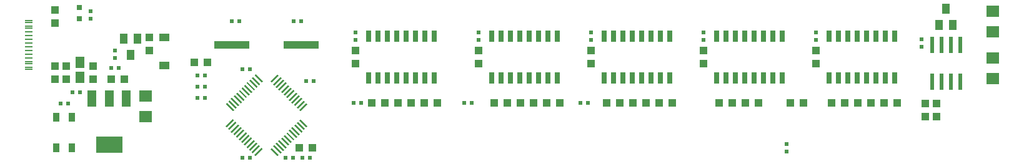
<source format=gbr>
%TF.GenerationSoftware,KiCad,Pcbnew,5.1.6-c6e7f7d~87~ubuntu18.04.1*%
%TF.CreationDate,2022-06-17T15:59:17+03:00*%
%TF.ProjectId,USB-4SERIAL_Rev_B,5553422d-3453-4455-9249-414c5f526576,B*%
%TF.SameCoordinates,Original*%
%TF.FileFunction,Paste,Top*%
%TF.FilePolarity,Positive*%
%FSLAX46Y46*%
G04 Gerber Fmt 4.6, Leading zero omitted, Abs format (unit mm)*
G04 Created by KiCad (PCBNEW 5.1.6-c6e7f7d~87~ubuntu18.04.1) date 2022-06-17 15:59:17*
%MOMM*%
%LPD*%
G01*
G04 APERTURE LIST*
%ADD10R,1.130000X0.230000*%
%ADD11R,1.130000X0.280000*%
%ADD12R,0.500000X0.550000*%
%ADD13R,1.400000X1.000000*%
%ADD14R,1.016000X1.016000*%
%ADD15R,1.270000X1.524000*%
%ADD16R,3.600000X2.200000*%
%ADD17R,1.219200X2.235200*%
%ADD18R,0.800000X0.800000*%
%ADD19C,0.100000*%
%ADD20R,0.550000X0.500000*%
%ADD21R,0.635000X1.600000*%
%ADD22R,4.826000X1.100000*%
%ADD23R,0.904000X1.304000*%
%ADD24R,0.600000X2.200000*%
%ADD25R,1.778000X1.524000*%
%ADD26R,1.000000X1.400000*%
G04 APERTURE END LIST*
D10*
%TO.C,USB-C1*%
X83942000Y-74450000D03*
X83942000Y-74950000D03*
X83942000Y-75450000D03*
X83942000Y-77950000D03*
X83942000Y-76450000D03*
X83942000Y-77450000D03*
X83942000Y-76950000D03*
X83942000Y-75950000D03*
D11*
X83942000Y-73925000D03*
X83942000Y-78475000D03*
X83942000Y-73675000D03*
X83942000Y-78725000D03*
X83942000Y-73125000D03*
X83942000Y-79275000D03*
X83942000Y-72875000D03*
X83942000Y-79525000D03*
%TD*%
D12*
%TO.C,C9*%
X88265000Y-84201000D03*
X89281000Y-84201000D03*
%TD*%
D13*
%TO.C,D1*%
X102362000Y-78989000D03*
X102362000Y-75189000D03*
%TD*%
D14*
%TO.C,C13*%
X89027000Y-79121000D03*
X89027000Y-80899000D03*
%TD*%
D12*
%TO.C,C4*%
X122555000Y-81153000D03*
X121539000Y-81153000D03*
%TD*%
%TO.C,C5*%
X112903000Y-91567000D03*
X113919000Y-91567000D03*
%TD*%
%TO.C,C1*%
X119761000Y-91567000D03*
X118745000Y-91567000D03*
%TD*%
D15*
%TO.C,L1*%
X90932000Y-78613000D03*
X90932000Y-80645000D03*
%TD*%
D16*
%TO.C,VR1*%
X94869000Y-89713000D03*
D17*
X92557600Y-83515200D03*
X94869000Y-83515200D03*
X97180400Y-83515200D03*
%TD*%
D12*
%TO.C,C6*%
X106807000Y-83439000D03*
X107823000Y-83439000D03*
%TD*%
%TO.C,C2*%
X113919000Y-79502000D03*
X112903000Y-79502000D03*
%TD*%
%TO.C,C3*%
X106807000Y-81915000D03*
X107823000Y-81915000D03*
%TD*%
D14*
%TO.C,C10*%
X106426000Y-78613000D03*
X108204000Y-78613000D03*
%TD*%
D12*
%TO.C,C8*%
X122047000Y-91567000D03*
X121031000Y-91567000D03*
%TD*%
D14*
%TO.C,C7*%
X122428000Y-90170000D03*
X120650000Y-90170000D03*
%TD*%
D18*
%TO.C,PWR_LED1*%
X90805000Y-72644000D03*
X90805000Y-71120000D03*
%TD*%
D14*
%TO.C,R3*%
X87503000Y-79121000D03*
X87503000Y-80899000D03*
%TD*%
D19*
%TO.C,U1*%
G36*
X114703812Y-91280738D02*
G01*
X114538349Y-91115275D01*
X115514156Y-90139468D01*
X115679619Y-90304931D01*
X114703812Y-91280738D01*
G37*
G36*
X114350259Y-90927184D02*
G01*
X114184796Y-90761721D01*
X115160603Y-89785914D01*
X115326066Y-89951377D01*
X114350259Y-90927184D01*
G37*
G36*
X113996706Y-90573631D02*
G01*
X113831243Y-90408168D01*
X114807050Y-89432361D01*
X114972513Y-89597824D01*
X113996706Y-90573631D01*
G37*
G36*
X113643152Y-90220078D02*
G01*
X113477689Y-90054615D01*
X114453496Y-89078808D01*
X114618959Y-89244271D01*
X113643152Y-90220078D01*
G37*
G36*
X113289599Y-89866524D02*
G01*
X113124136Y-89701061D01*
X114099943Y-88725254D01*
X114265406Y-88890717D01*
X113289599Y-89866524D01*
G37*
G36*
X112936046Y-89512971D02*
G01*
X112770583Y-89347508D01*
X113746390Y-88371701D01*
X113911853Y-88537164D01*
X112936046Y-89512971D01*
G37*
G36*
X112582492Y-89159417D02*
G01*
X112417029Y-88993954D01*
X113392836Y-88018147D01*
X113558299Y-88183610D01*
X112582492Y-89159417D01*
G37*
G36*
X112228939Y-88805864D02*
G01*
X112063476Y-88640401D01*
X113039283Y-87664594D01*
X113204746Y-87830057D01*
X112228939Y-88805864D01*
G37*
G36*
X111875385Y-88452311D02*
G01*
X111709922Y-88286848D01*
X112685729Y-87311041D01*
X112851192Y-87476504D01*
X111875385Y-88452311D01*
G37*
G36*
X111521832Y-88098757D02*
G01*
X111356369Y-87933294D01*
X112332176Y-86957487D01*
X112497639Y-87122950D01*
X111521832Y-88098757D01*
G37*
G36*
X111168279Y-87745204D02*
G01*
X111002816Y-87579741D01*
X111978623Y-86603934D01*
X112144086Y-86769397D01*
X111168279Y-87745204D01*
G37*
G36*
X110814725Y-87391651D02*
G01*
X110649262Y-87226188D01*
X111625069Y-86250381D01*
X111790532Y-86415844D01*
X110814725Y-87391651D01*
G37*
G36*
X110649262Y-84223812D02*
G01*
X110814725Y-84058349D01*
X111790532Y-85034156D01*
X111625069Y-85199619D01*
X110649262Y-84223812D01*
G37*
G36*
X111002816Y-83870259D02*
G01*
X111168279Y-83704796D01*
X112144086Y-84680603D01*
X111978623Y-84846066D01*
X111002816Y-83870259D01*
G37*
G36*
X111356369Y-83516706D02*
G01*
X111521832Y-83351243D01*
X112497639Y-84327050D01*
X112332176Y-84492513D01*
X111356369Y-83516706D01*
G37*
G36*
X111709922Y-83163152D02*
G01*
X111875385Y-82997689D01*
X112851192Y-83973496D01*
X112685729Y-84138959D01*
X111709922Y-83163152D01*
G37*
G36*
X112063476Y-82809599D02*
G01*
X112228939Y-82644136D01*
X113204746Y-83619943D01*
X113039283Y-83785406D01*
X112063476Y-82809599D01*
G37*
G36*
X112417029Y-82456046D02*
G01*
X112582492Y-82290583D01*
X113558299Y-83266390D01*
X113392836Y-83431853D01*
X112417029Y-82456046D01*
G37*
G36*
X112770583Y-82102492D02*
G01*
X112936046Y-81937029D01*
X113911853Y-82912836D01*
X113746390Y-83078299D01*
X112770583Y-82102492D01*
G37*
G36*
X113124136Y-81748939D02*
G01*
X113289599Y-81583476D01*
X114265406Y-82559283D01*
X114099943Y-82724746D01*
X113124136Y-81748939D01*
G37*
G36*
X113477689Y-81395385D02*
G01*
X113643152Y-81229922D01*
X114618959Y-82205729D01*
X114453496Y-82371192D01*
X113477689Y-81395385D01*
G37*
G36*
X113831243Y-81041832D02*
G01*
X113996706Y-80876369D01*
X114972513Y-81852176D01*
X114807050Y-82017639D01*
X113831243Y-81041832D01*
G37*
G36*
X114184796Y-80688279D02*
G01*
X114350259Y-80522816D01*
X115326066Y-81498623D01*
X115160603Y-81664086D01*
X114184796Y-80688279D01*
G37*
G36*
X114538349Y-80334725D02*
G01*
X114703812Y-80169262D01*
X115679619Y-81145069D01*
X115514156Y-81310532D01*
X114538349Y-80334725D01*
G37*
G36*
X117706188Y-80169262D02*
G01*
X117871651Y-80334725D01*
X116895844Y-81310532D01*
X116730381Y-81145069D01*
X117706188Y-80169262D01*
G37*
G36*
X118059741Y-80522816D02*
G01*
X118225204Y-80688279D01*
X117249397Y-81664086D01*
X117083934Y-81498623D01*
X118059741Y-80522816D01*
G37*
G36*
X118413294Y-80876369D02*
G01*
X118578757Y-81041832D01*
X117602950Y-82017639D01*
X117437487Y-81852176D01*
X118413294Y-80876369D01*
G37*
G36*
X118766848Y-81229922D02*
G01*
X118932311Y-81395385D01*
X117956504Y-82371192D01*
X117791041Y-82205729D01*
X118766848Y-81229922D01*
G37*
G36*
X119120401Y-81583476D02*
G01*
X119285864Y-81748939D01*
X118310057Y-82724746D01*
X118144594Y-82559283D01*
X119120401Y-81583476D01*
G37*
G36*
X119473954Y-81937029D02*
G01*
X119639417Y-82102492D01*
X118663610Y-83078299D01*
X118498147Y-82912836D01*
X119473954Y-81937029D01*
G37*
G36*
X119827508Y-82290583D02*
G01*
X119992971Y-82456046D01*
X119017164Y-83431853D01*
X118851701Y-83266390D01*
X119827508Y-82290583D01*
G37*
G36*
X120181061Y-82644136D02*
G01*
X120346524Y-82809599D01*
X119370717Y-83785406D01*
X119205254Y-83619943D01*
X120181061Y-82644136D01*
G37*
G36*
X120534615Y-82997689D02*
G01*
X120700078Y-83163152D01*
X119724271Y-84138959D01*
X119558808Y-83973496D01*
X120534615Y-82997689D01*
G37*
G36*
X120888168Y-83351243D02*
G01*
X121053631Y-83516706D01*
X120077824Y-84492513D01*
X119912361Y-84327050D01*
X120888168Y-83351243D01*
G37*
G36*
X121241721Y-83704796D02*
G01*
X121407184Y-83870259D01*
X120431377Y-84846066D01*
X120265914Y-84680603D01*
X121241721Y-83704796D01*
G37*
G36*
X121595275Y-84058349D02*
G01*
X121760738Y-84223812D01*
X120784931Y-85199619D01*
X120619468Y-85034156D01*
X121595275Y-84058349D01*
G37*
G36*
X121760738Y-87226188D02*
G01*
X121595275Y-87391651D01*
X120619468Y-86415844D01*
X120784931Y-86250381D01*
X121760738Y-87226188D01*
G37*
G36*
X121407184Y-87579741D02*
G01*
X121241721Y-87745204D01*
X120265914Y-86769397D01*
X120431377Y-86603934D01*
X121407184Y-87579741D01*
G37*
G36*
X121053631Y-87933294D02*
G01*
X120888168Y-88098757D01*
X119912361Y-87122950D01*
X120077824Y-86957487D01*
X121053631Y-87933294D01*
G37*
G36*
X120700078Y-88286848D02*
G01*
X120534615Y-88452311D01*
X119558808Y-87476504D01*
X119724271Y-87311041D01*
X120700078Y-88286848D01*
G37*
G36*
X120346524Y-88640401D02*
G01*
X120181061Y-88805864D01*
X119205254Y-87830057D01*
X119370717Y-87664594D01*
X120346524Y-88640401D01*
G37*
G36*
X119992971Y-88993954D02*
G01*
X119827508Y-89159417D01*
X118851701Y-88183610D01*
X119017164Y-88018147D01*
X119992971Y-88993954D01*
G37*
G36*
X119639417Y-89347508D02*
G01*
X119473954Y-89512971D01*
X118498147Y-88537164D01*
X118663610Y-88371701D01*
X119639417Y-89347508D01*
G37*
G36*
X119285864Y-89701061D02*
G01*
X119120401Y-89866524D01*
X118144594Y-88890717D01*
X118310057Y-88725254D01*
X119285864Y-89701061D01*
G37*
G36*
X118932311Y-90054615D02*
G01*
X118766848Y-90220078D01*
X117791041Y-89244271D01*
X117956504Y-89078808D01*
X118932311Y-90054615D01*
G37*
G36*
X118578757Y-90408168D02*
G01*
X118413294Y-90573631D01*
X117437487Y-89597824D01*
X117602950Y-89432361D01*
X118578757Y-90408168D01*
G37*
G36*
X118225204Y-90761721D02*
G01*
X118059741Y-90927184D01*
X117083934Y-89951377D01*
X117249397Y-89785914D01*
X118225204Y-90761721D01*
G37*
G36*
X117871651Y-91115275D02*
G01*
X117706188Y-91280738D01*
X116730381Y-90304931D01*
X116895844Y-90139468D01*
X117871651Y-91115275D01*
G37*
%TD*%
D14*
%TO.C,C17*%
X96901000Y-80899000D03*
X95123000Y-80899000D03*
%TD*%
%TO.C,C18*%
X132207000Y-84074000D03*
X130429000Y-84074000D03*
%TD*%
%TO.C,C27*%
X198120000Y-84074000D03*
X196342000Y-84074000D03*
%TD*%
%TO.C,C41*%
X190627000Y-78740000D03*
X190627000Y-76962000D03*
%TD*%
D20*
%TO.C,R6*%
X92329000Y-72644000D03*
X92329000Y-71628000D03*
%TD*%
D21*
%TO.C,U6*%
X192405000Y-80651000D03*
X193675000Y-80651000D03*
X194945000Y-80651000D03*
X196215000Y-80651000D03*
X197485000Y-80651000D03*
X198755000Y-80651000D03*
X200025000Y-80651000D03*
X201295000Y-80651000D03*
X201295000Y-75051000D03*
X200025000Y-75051000D03*
X198755000Y-75051000D03*
X197485000Y-75051000D03*
X196215000Y-75051000D03*
X194945000Y-75051000D03*
X193675000Y-75051000D03*
X192405000Y-75051000D03*
%TD*%
D12*
%TO.C,C15*%
X90932000Y-82677000D03*
X89916000Y-82677000D03*
%TD*%
D22*
%TO.C,Q1*%
X111506000Y-76200000D03*
X120904000Y-76200000D03*
%TD*%
D14*
%TO.C,C19*%
X135763000Y-84074000D03*
X133985000Y-84074000D03*
%TD*%
%TO.C,C20*%
X148844000Y-84074000D03*
X147066000Y-84074000D03*
%TD*%
%TO.C,C42*%
X199898000Y-84074000D03*
X201676000Y-84074000D03*
%TD*%
%TO.C,C29*%
X128270000Y-78740000D03*
X128270000Y-76962000D03*
%TD*%
D12*
%TO.C,R7*%
X128016000Y-84074000D03*
X129032000Y-84074000D03*
%TD*%
D21*
%TO.C,U2*%
X130055621Y-80651000D03*
X131325621Y-80651000D03*
X132595621Y-80651000D03*
X133865621Y-80651000D03*
X135135621Y-80651000D03*
X136405621Y-80651000D03*
X137675621Y-80651000D03*
X138945621Y-80651000D03*
X138945621Y-75051000D03*
X137675621Y-75051000D03*
X136405621Y-75051000D03*
X135135621Y-75051000D03*
X133865621Y-75051000D03*
X132595621Y-75051000D03*
X131325621Y-75051000D03*
X130055621Y-75051000D03*
%TD*%
D14*
%TO.C,C21*%
X152400000Y-84074000D03*
X150622000Y-84074000D03*
%TD*%
%TO.C,C22*%
X164084000Y-84091001D03*
X162306000Y-84091001D03*
%TD*%
%TO.C,C23*%
X167640000Y-84091001D03*
X165862000Y-84091001D03*
%TD*%
%TO.C,C24*%
X179324000Y-84074000D03*
X177546000Y-84074000D03*
%TD*%
%TO.C,C25*%
X182880000Y-84074000D03*
X181102000Y-84074000D03*
%TD*%
%TO.C,C26*%
X194564000Y-84074000D03*
X192786000Y-84074000D03*
%TD*%
%TO.C,C30*%
X137541000Y-84074000D03*
X139319000Y-84074000D03*
%TD*%
%TO.C,C32*%
X144907000Y-78740000D03*
X144907000Y-76962000D03*
%TD*%
%TO.C,C33*%
X154178000Y-84074000D03*
X155956000Y-84074000D03*
%TD*%
%TO.C,C35*%
X160147000Y-78740000D03*
X160147000Y-76962000D03*
%TD*%
%TO.C,C36*%
X169418000Y-84074000D03*
X171196000Y-84074000D03*
%TD*%
%TO.C,C38*%
X175387000Y-78740000D03*
X175387000Y-76962000D03*
%TD*%
D12*
%TO.C,R8*%
X144018000Y-84074000D03*
X143002000Y-84074000D03*
%TD*%
%TO.C,R9*%
X159766000Y-84074000D03*
X158750000Y-84074000D03*
%TD*%
D21*
%TO.C,U3*%
X146685000Y-80651000D03*
X147955000Y-80651000D03*
X149225000Y-80651000D03*
X150495000Y-80651000D03*
X151765000Y-80651000D03*
X153035000Y-80651000D03*
X154305000Y-80651000D03*
X155575000Y-80651000D03*
X155575000Y-75051000D03*
X154305000Y-75051000D03*
X153035000Y-75051000D03*
X151765000Y-75051000D03*
X150495000Y-75051000D03*
X149225000Y-75051000D03*
X147955000Y-75051000D03*
X146685000Y-75051000D03*
%TD*%
%TO.C,U4*%
X161925000Y-80651000D03*
X163195000Y-80651000D03*
X164465000Y-80651000D03*
X165735000Y-80651000D03*
X167005000Y-80651000D03*
X168275000Y-80651000D03*
X169545000Y-80651000D03*
X170815000Y-80651000D03*
X170815000Y-75051000D03*
X169545000Y-75051000D03*
X168275000Y-75051000D03*
X167005000Y-75051000D03*
X165735000Y-75051000D03*
X164465000Y-75051000D03*
X163195000Y-75051000D03*
X161925000Y-75051000D03*
%TD*%
%TO.C,U5*%
X177165000Y-80651000D03*
X178435000Y-80651000D03*
X179705000Y-80651000D03*
X180975000Y-80651000D03*
X182245000Y-80651000D03*
X183515000Y-80651000D03*
X184785000Y-80651000D03*
X186055000Y-80651000D03*
X186055000Y-75051000D03*
X184785000Y-75051000D03*
X183515000Y-75051000D03*
X182245000Y-75051000D03*
X180975000Y-75051000D03*
X179705000Y-75051000D03*
X178435000Y-75051000D03*
X177165000Y-75051000D03*
%TD*%
D23*
%TO.C,RST_BUT1*%
X87698000Y-90213000D03*
X87698000Y-86063000D03*
X89848000Y-90213000D03*
X89848000Y-86063000D03*
%TD*%
D14*
%TO.C,C14*%
X92710000Y-79121000D03*
X92710000Y-80899000D03*
%TD*%
D12*
%TO.C,C16*%
X95123000Y-79375000D03*
X96139000Y-79375000D03*
%TD*%
D14*
%TO.C,C39*%
X187198000Y-84074000D03*
X188976000Y-84074000D03*
%TD*%
D24*
%TO.C,U7*%
X206375000Y-76240000D03*
X207645000Y-76240000D03*
X208915000Y-76240000D03*
X210185000Y-76240000D03*
X210185000Y-81240000D03*
X208915000Y-81240000D03*
X207645000Y-81240000D03*
X206375000Y-81240000D03*
%TD*%
D25*
%TO.C,R11*%
X214630000Y-71628000D03*
X214630000Y-74422000D03*
%TD*%
D20*
%TO.C,R13*%
X95631000Y-76962000D03*
X95631000Y-77978000D03*
%TD*%
D25*
%TO.C,R1*%
X99822000Y-85979000D03*
X99822000Y-83185000D03*
%TD*%
D12*
%TO.C,R2*%
X107823000Y-80391000D03*
X106807000Y-80391000D03*
%TD*%
D14*
%TO.C,R4*%
X87503000Y-73279000D03*
X87503000Y-71501000D03*
%TD*%
D20*
%TO.C,R10*%
X186690000Y-89662000D03*
X186690000Y-90678000D03*
%TD*%
D25*
%TO.C,R12*%
X214630000Y-80772000D03*
X214630000Y-77978000D03*
%TD*%
D26*
%TO.C,T1*%
X98739960Y-75346560D03*
X96837500Y-75346560D03*
X97792540Y-77556360D03*
%TD*%
D14*
%TO.C,R14*%
X205486000Y-85979000D03*
X205486000Y-84201000D03*
%TD*%
%TO.C,R15*%
X207010000Y-85979000D03*
X207010000Y-84201000D03*
%TD*%
%TO.C,R16*%
X100330000Y-75184000D03*
X100330000Y-76962000D03*
%TD*%
D12*
%TO.C,C11*%
X111506000Y-73025000D03*
X112522000Y-73025000D03*
%TD*%
%TO.C,C12*%
X119888000Y-73025000D03*
X120904000Y-73025000D03*
%TD*%
D20*
%TO.C,C28*%
X128270000Y-74549000D03*
X128270000Y-75565000D03*
%TD*%
%TO.C,C31*%
X144907000Y-75565000D03*
X144907000Y-74549000D03*
%TD*%
%TO.C,C34*%
X160147000Y-74549000D03*
X160147000Y-75565000D03*
%TD*%
%TO.C,C37*%
X175387000Y-75565000D03*
X175387000Y-74549000D03*
%TD*%
%TO.C,C40*%
X190627000Y-74549000D03*
X190627000Y-75565000D03*
%TD*%
%TO.C,C43*%
X204978000Y-76454000D03*
X204978000Y-75438000D03*
%TD*%
D26*
%TO.C,TVS1*%
X207330000Y-73490000D03*
X209230000Y-73490000D03*
X208280000Y-71290000D03*
%TD*%
M02*

</source>
